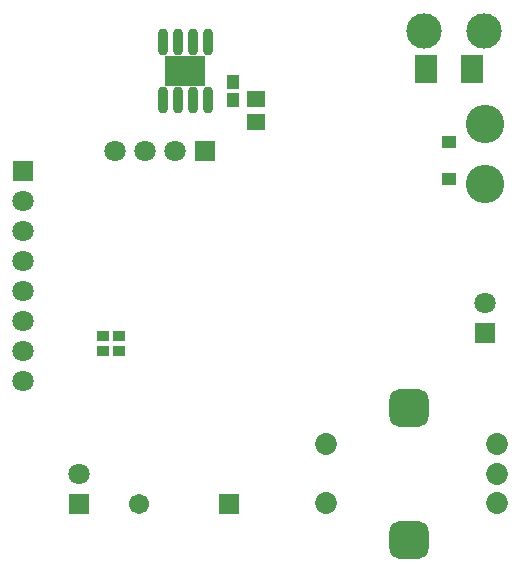
<source format=gbs>
G04*
G04 #@! TF.GenerationSoftware,Altium Limited,Altium Designer,21.3.2 (30)*
G04*
G04 Layer_Color=16711935*
%FSTAX25Y25*%
%MOIN*%
G70*
G04*
G04 #@! TF.SameCoordinates,0A4AD645-AEA6-451A-A6B0-79CA1E045321*
G04*
G04*
G04 #@! TF.FilePolarity,Negative*
G04*
G01*
G75*
%ADD46R,0.04147X0.03556*%
%ADD57R,0.04340X0.04537*%
%ADD62C,0.07099*%
%ADD63R,0.07099X0.07099*%
%ADD64R,0.07099X0.07099*%
G04:AMPARAMS|DCode=65|XSize=130.05mil|YSize=126.11mil|CornerRadius=33.53mil|HoleSize=0mil|Usage=FLASHONLY|Rotation=0.000|XOffset=0mil|YOffset=0mil|HoleType=Round|Shape=RoundedRectangle|*
%AMROUNDEDRECTD65*
21,1,0.13005,0.05906,0,0,0.0*
21,1,0.06299,0.12611,0,0,0.0*
1,1,0.06706,0.03150,-0.02953*
1,1,0.06706,-0.03150,-0.02953*
1,1,0.06706,-0.03150,0.02953*
1,1,0.06706,0.03150,0.02953*
%
%ADD65ROUNDEDRECTD65*%
%ADD66C,0.07296*%
%ADD67R,0.06706X0.06706*%
%ADD68C,0.06706*%
%ADD69C,0.11800*%
%ADD70C,0.12800*%
%ADD92R,0.06312X0.05524*%
%ADD93R,0.04540X0.04343*%
%ADD94R,0.07200X0.09800*%
%ADD95R,0.13792X0.10288*%
G04:AMPARAMS|DCode=96|XSize=85.56mil|YSize=31.62mil|CornerRadius=10.38mil|HoleSize=0mil|Usage=FLASHONLY|Rotation=270.000|XOffset=0mil|YOffset=0mil|HoleType=Round|Shape=RoundedRectangle|*
%AMROUNDEDRECTD96*
21,1,0.08556,0.01087,0,0,270.0*
21,1,0.06480,0.03162,0,0,270.0*
1,1,0.02076,-0.00543,-0.03240*
1,1,0.02076,-0.00543,0.03240*
1,1,0.02076,0.00543,0.03240*
1,1,0.02076,0.00543,-0.03240*
%
%ADD96ROUNDEDRECTD96*%
D46*
X03195Y0275441D02*
D03*
Y0280559D02*
D03*
X0325Y0275441D02*
D03*
Y0280559D02*
D03*
D57*
X0363Y0364953D02*
D03*
Y0359047D02*
D03*
D62*
X0447Y02915D02*
D03*
X03235Y0342D02*
D03*
X03335D02*
D03*
X03435D02*
D03*
X0293Y02655D02*
D03*
Y02755D02*
D03*
Y02855D02*
D03*
Y02955D02*
D03*
Y03055D02*
D03*
Y03155D02*
D03*
Y03255D02*
D03*
X03115Y02345D02*
D03*
D63*
X0447Y02815D02*
D03*
X0293Y03355D02*
D03*
X03115Y02245D02*
D03*
D64*
X03535Y0342D02*
D03*
D65*
X04215Y0256547D02*
D03*
Y0212453D02*
D03*
D66*
X0393941Y0244342D02*
D03*
Y0224658D02*
D03*
X0451028Y0244342D02*
D03*
Y02345D02*
D03*
Y0224658D02*
D03*
D67*
X03615Y02245D02*
D03*
D68*
X03315Y022445D02*
D03*
D69*
X04265Y0382D02*
D03*
X04465D02*
D03*
D70*
X0447Y0331D02*
D03*
Y0351D02*
D03*
D92*
X0370487Y0359258D02*
D03*
Y0351777D02*
D03*
D93*
X0435Y0345201D02*
D03*
Y0332799D02*
D03*
D94*
X04273Y03695D02*
D03*
X04427D02*
D03*
D95*
X0347Y0368744D02*
D03*
D96*
X03395Y0359D02*
D03*
X03445D02*
D03*
X03495D02*
D03*
X03545D02*
D03*
Y0378488D02*
D03*
X03495D02*
D03*
X03445D02*
D03*
X03395D02*
D03*
M02*

</source>
